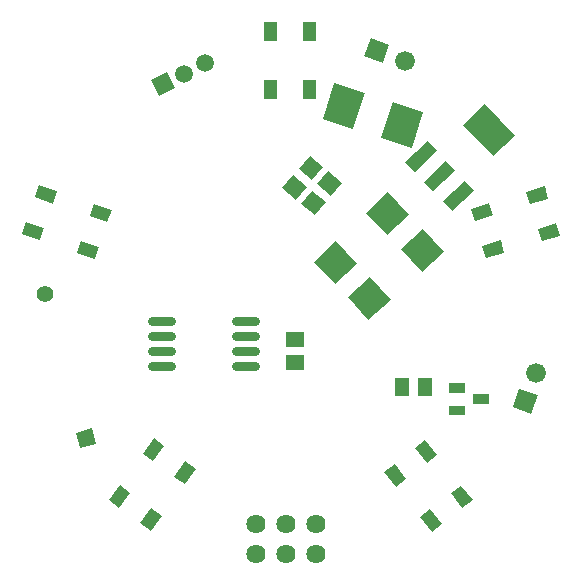
<source format=gts>
G04 Layer: TopSolderMaskLayer*
G04 EasyEDA v6.4.25, 2021-11-16T21:36:29+01:00*
G04 969fc306525a459593755dfbefa048c4,10*
G04 Gerber Generator version 0.2*
G04 Scale: 100 percent, Rotated: No, Reflected: No *
G04 Dimensions in millimeters *
G04 leading zeros omitted , absolute positions ,4 integer and 5 decimal *
%FSLAX45Y45*%
%MOMM*%

%ADD37C,0.7316*%
%ADD38C,1.6256*%
%ADD42C,1.6764*%
%ADD44C,1.5016*%
%ADD49C,1.4021*%

%LPD*%
D37*
X-1008608Y-215900D02*
G01*
X-1170609Y-215900D01*
X-1008608Y-342900D02*
G01*
X-1170609Y-342900D01*
X-1008608Y-469900D02*
G01*
X-1170609Y-469900D01*
X-1008608Y-596900D02*
G01*
X-1170609Y-596900D01*
X-302590Y-215900D02*
G01*
X-464591Y-215900D01*
X-302590Y-342900D02*
G01*
X-464591Y-342900D01*
X-302590Y-469900D02*
G01*
X-464591Y-469900D01*
X-302590Y-596900D02*
G01*
X-464591Y-596900D01*
D38*
G01*
X-292100Y-2184400D03*
G01*
X-292100Y-1930400D03*
G01*
X-38100Y-2184400D03*
G01*
X-38100Y-1930400D03*
G01*
X215900Y-2184400D03*
G01*
X215900Y-1930400D03*
G36*
X204470Y680465D02*
G01*
X88645Y777747D01*
X181863Y889000D01*
X297687Y791718D01*
G37*
G36*
X46736Y812800D02*
G01*
X-69087Y910081D01*
X24129Y1021334D01*
X139954Y924052D01*
G37*
G36*
X186436Y977900D02*
G01*
X70612Y1075181D01*
X163829Y1186434D01*
X279654Y1089152D01*
G37*
G36*
X344170Y845565D02*
G01*
X228345Y942847D01*
X321563Y1054100D01*
X437387Y956818D01*
G37*
G36*
X1026413Y1248918D02*
G01*
X769365Y1332484D01*
X868426Y1637284D01*
X1125220Y1553718D01*
G37*
G36*
X528573Y1410715D02*
G01*
X271779Y1494281D01*
X370586Y1799081D01*
X627634Y1715515D01*
G37*
G36*
X781557Y1967992D02*
G01*
X624078Y2025395D01*
X681481Y2182876D01*
X838962Y2125471D01*
G37*
D42*
G01*
X970239Y1988563D03*
G36*
X-1112773Y1687829D02*
G01*
X-1180845Y1821687D01*
X-1046987Y1889760D01*
X-978915Y1755902D01*
G37*
D44*
G01*
X-901700Y1879600D03*
G01*
X-723498Y1970399D03*
G36*
X1343660Y-821436D02*
G01*
X1343660Y-741171D01*
X1478787Y-741171D01*
X1478787Y-821436D01*
G37*
G36*
X1343660Y-1011428D02*
G01*
X1343660Y-931163D01*
X1478787Y-931163D01*
X1478787Y-1011428D01*
G37*
G36*
X1543812Y-916431D02*
G01*
X1543812Y-836168D01*
X1678939Y-836168D01*
X1678939Y-916431D01*
G37*
G36*
X883157Y-848613D02*
G01*
X883157Y-700786D01*
X1006602Y-700786D01*
X1006602Y-848613D01*
G37*
G36*
X1076197Y-848613D02*
G01*
X1076197Y-700786D01*
X1199642Y-700786D01*
X1199642Y-848613D01*
G37*
G36*
X-35813Y-435102D02*
G01*
X-35813Y-311657D01*
X112013Y-311657D01*
X112013Y-435102D01*
G37*
G36*
X-35813Y-628142D02*
G01*
X-35813Y-504697D01*
X112013Y-504697D01*
X112013Y-628142D01*
G37*
G36*
X-1778000Y-1294129D02*
G01*
X-1816607Y-1159255D01*
X-1681987Y-1120647D01*
X-1643379Y-1255268D01*
G37*
D49*
G01*
X-2080031Y13500D03*
G36*
X109981Y1668779D02*
G01*
X109981Y1829054D01*
X219963Y1829054D01*
X219963Y1668779D01*
G37*
G36*
X-219963Y1668779D02*
G01*
X-219963Y1829054D01*
X-109981Y1829054D01*
X-109981Y1668779D01*
G37*
G36*
X-219963Y2159000D02*
G01*
X-219963Y2319020D01*
X-109981Y2319020D01*
X-109981Y2159000D01*
G37*
G36*
X109981Y2159000D02*
G01*
X109981Y2319020D01*
X219963Y2319020D01*
X219963Y2159000D01*
G37*
G36*
X1658365Y316737D02*
G01*
X1626107Y422147D01*
X1779523Y468884D01*
X1811528Y363728D01*
G37*
G36*
X1561845Y632460D02*
G01*
X1529842Y737615D01*
X1683004Y784605D01*
X1715262Y679195D01*
G37*
G36*
X2030729Y775715D02*
G01*
X1998472Y880871D01*
X2151379Y927607D01*
X2183638Y822452D01*
G37*
G36*
X2126995Y460247D02*
G01*
X2094991Y565404D01*
X2247900Y612139D01*
X2280158Y506984D01*
G37*
G36*
X893571Y-1618487D02*
G01*
X794765Y-1492250D01*
X881634Y-1424431D01*
X980186Y-1550670D01*
G37*
G36*
X1153668Y-1415287D02*
G01*
X1054862Y-1289050D01*
X1141476Y-1221231D01*
X1240281Y-1347470D01*
G37*
G36*
X1455165Y-1801368D02*
G01*
X1356613Y-1675129D01*
X1443228Y-1607565D01*
X1541779Y-1733550D01*
G37*
G36*
X1195070Y-2004568D02*
G01*
X1096518Y-1878329D01*
X1183386Y-1810512D01*
X1281684Y-1936750D01*
G37*
G36*
X-1160526Y-1402079D02*
G01*
X-1249426Y-1337563D01*
X-1155192Y-1207770D01*
X-1066292Y-1272539D01*
G37*
G36*
X-893571Y-1596136D02*
G01*
X-982471Y-1531365D01*
X-888237Y-1401826D01*
X-799337Y-1466342D01*
G37*
G36*
X-1181354Y-1992376D02*
G01*
X-1270507Y-1927860D01*
X-1176273Y-1798320D01*
X-1087373Y-1863089D01*
G37*
G36*
X-1448307Y-1798573D02*
G01*
X-1537462Y-1733804D01*
X-1443228Y-1604263D01*
X-1354328Y-1669034D01*
G37*
G36*
X-1549145Y620521D02*
G01*
X-1700529Y672592D01*
X-1664715Y776731D01*
X-1513331Y724407D01*
G37*
G36*
X-1656587Y308355D02*
G01*
X-1807971Y360679D01*
X-1772157Y464565D01*
X-1620773Y412495D01*
G37*
G36*
X-2119884Y468121D02*
G01*
X-2271268Y520192D01*
X-2235454Y624078D01*
X-2084070Y572007D01*
G37*
G36*
X-2012442Y780034D02*
G01*
X-2163826Y832104D01*
X-2128012Y935989D01*
X-1976628Y883920D01*
G37*
G36*
X1052829Y1050289D02*
G01*
X974344Y1134363D01*
X1162050Y1309370D01*
X1240536Y1225295D01*
G37*
G36*
X1209547Y881887D02*
G01*
X1131062Y966215D01*
X1318768Y1141221D01*
X1397254Y1057147D01*
G37*
G36*
X1366520Y713739D02*
G01*
X1288034Y798068D01*
X1475739Y973073D01*
X1554226Y888745D01*
G37*
G36*
X1712468Y1180592D02*
G01*
X1464055Y1447037D01*
X1651762Y1622044D01*
X1900173Y1355852D01*
G37*
G36*
X375920Y98552D02*
G01*
X198373Y288797D01*
X383286Y461263D01*
X560578Y271018D01*
G37*
G36*
X817879Y510794D02*
G01*
X640587Y701039D01*
X825500Y873505D01*
X1002792Y683260D01*
G37*
G36*
X661162Y-202184D02*
G01*
X487171Y-8889D01*
X675131Y160273D01*
X849121Y-33273D01*
G37*
G36*
X1110487Y202184D02*
G01*
X936497Y395478D01*
X1124204Y564642D01*
X1298447Y371347D01*
G37*
G36*
X2038604Y-1001521D02*
G01*
X1881123Y-944118D01*
X1938527Y-786637D01*
X2096008Y-844042D01*
G37*
D42*
G01*
X2075439Y-655360D03*
M02*

</source>
